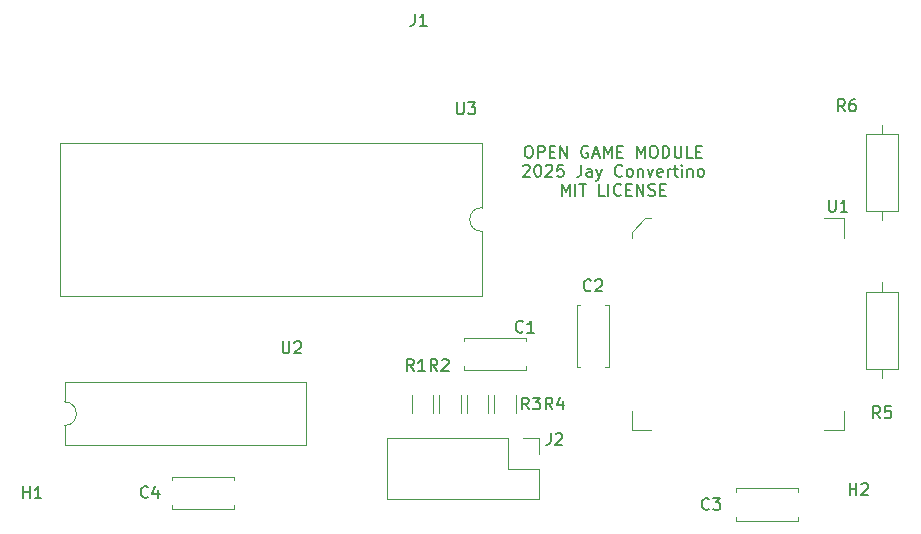
<source format=gbr>
%TF.GenerationSoftware,KiCad,Pcbnew,8.0.9-8.0.9-0~ubuntu24.04.1*%
%TF.CreationDate,2025-06-01T20:33:10-04:00*%
%TF.ProjectId,open_game_module,6f70656e-5f67-4616-9d65-5f6d6f64756c,rev?*%
%TF.SameCoordinates,Original*%
%TF.FileFunction,Legend,Top*%
%TF.FilePolarity,Positive*%
%FSLAX46Y46*%
G04 Gerber Fmt 4.6, Leading zero omitted, Abs format (unit mm)*
G04 Created by KiCad (PCBNEW 8.0.9-8.0.9-0~ubuntu24.04.1) date 2025-06-01 20:33:10*
%MOMM*%
%LPD*%
G01*
G04 APERTURE LIST*
%ADD10C,0.200000*%
%ADD11C,0.150000*%
%ADD12C,0.120000*%
%ADD13C,0.100000*%
G04 APERTURE END LIST*
D10*
X138238095Y-88647331D02*
X138428571Y-88647331D01*
X138428571Y-88647331D02*
X138523809Y-88694950D01*
X138523809Y-88694950D02*
X138619047Y-88790188D01*
X138619047Y-88790188D02*
X138666666Y-88980664D01*
X138666666Y-88980664D02*
X138666666Y-89313997D01*
X138666666Y-89313997D02*
X138619047Y-89504473D01*
X138619047Y-89504473D02*
X138523809Y-89599712D01*
X138523809Y-89599712D02*
X138428571Y-89647331D01*
X138428571Y-89647331D02*
X138238095Y-89647331D01*
X138238095Y-89647331D02*
X138142857Y-89599712D01*
X138142857Y-89599712D02*
X138047619Y-89504473D01*
X138047619Y-89504473D02*
X138000000Y-89313997D01*
X138000000Y-89313997D02*
X138000000Y-88980664D01*
X138000000Y-88980664D02*
X138047619Y-88790188D01*
X138047619Y-88790188D02*
X138142857Y-88694950D01*
X138142857Y-88694950D02*
X138238095Y-88647331D01*
X139095238Y-89647331D02*
X139095238Y-88647331D01*
X139095238Y-88647331D02*
X139476190Y-88647331D01*
X139476190Y-88647331D02*
X139571428Y-88694950D01*
X139571428Y-88694950D02*
X139619047Y-88742569D01*
X139619047Y-88742569D02*
X139666666Y-88837807D01*
X139666666Y-88837807D02*
X139666666Y-88980664D01*
X139666666Y-88980664D02*
X139619047Y-89075902D01*
X139619047Y-89075902D02*
X139571428Y-89123521D01*
X139571428Y-89123521D02*
X139476190Y-89171140D01*
X139476190Y-89171140D02*
X139095238Y-89171140D01*
X140095238Y-89123521D02*
X140428571Y-89123521D01*
X140571428Y-89647331D02*
X140095238Y-89647331D01*
X140095238Y-89647331D02*
X140095238Y-88647331D01*
X140095238Y-88647331D02*
X140571428Y-88647331D01*
X141000000Y-89647331D02*
X141000000Y-88647331D01*
X141000000Y-88647331D02*
X141571428Y-89647331D01*
X141571428Y-89647331D02*
X141571428Y-88647331D01*
X143333333Y-88694950D02*
X143238095Y-88647331D01*
X143238095Y-88647331D02*
X143095238Y-88647331D01*
X143095238Y-88647331D02*
X142952381Y-88694950D01*
X142952381Y-88694950D02*
X142857143Y-88790188D01*
X142857143Y-88790188D02*
X142809524Y-88885426D01*
X142809524Y-88885426D02*
X142761905Y-89075902D01*
X142761905Y-89075902D02*
X142761905Y-89218759D01*
X142761905Y-89218759D02*
X142809524Y-89409235D01*
X142809524Y-89409235D02*
X142857143Y-89504473D01*
X142857143Y-89504473D02*
X142952381Y-89599712D01*
X142952381Y-89599712D02*
X143095238Y-89647331D01*
X143095238Y-89647331D02*
X143190476Y-89647331D01*
X143190476Y-89647331D02*
X143333333Y-89599712D01*
X143333333Y-89599712D02*
X143380952Y-89552092D01*
X143380952Y-89552092D02*
X143380952Y-89218759D01*
X143380952Y-89218759D02*
X143190476Y-89218759D01*
X143761905Y-89361616D02*
X144238095Y-89361616D01*
X143666667Y-89647331D02*
X144000000Y-88647331D01*
X144000000Y-88647331D02*
X144333333Y-89647331D01*
X144666667Y-89647331D02*
X144666667Y-88647331D01*
X144666667Y-88647331D02*
X145000000Y-89361616D01*
X145000000Y-89361616D02*
X145333333Y-88647331D01*
X145333333Y-88647331D02*
X145333333Y-89647331D01*
X145809524Y-89123521D02*
X146142857Y-89123521D01*
X146285714Y-89647331D02*
X145809524Y-89647331D01*
X145809524Y-89647331D02*
X145809524Y-88647331D01*
X145809524Y-88647331D02*
X146285714Y-88647331D01*
X147476191Y-89647331D02*
X147476191Y-88647331D01*
X147476191Y-88647331D02*
X147809524Y-89361616D01*
X147809524Y-89361616D02*
X148142857Y-88647331D01*
X148142857Y-88647331D02*
X148142857Y-89647331D01*
X148809524Y-88647331D02*
X149000000Y-88647331D01*
X149000000Y-88647331D02*
X149095238Y-88694950D01*
X149095238Y-88694950D02*
X149190476Y-88790188D01*
X149190476Y-88790188D02*
X149238095Y-88980664D01*
X149238095Y-88980664D02*
X149238095Y-89313997D01*
X149238095Y-89313997D02*
X149190476Y-89504473D01*
X149190476Y-89504473D02*
X149095238Y-89599712D01*
X149095238Y-89599712D02*
X149000000Y-89647331D01*
X149000000Y-89647331D02*
X148809524Y-89647331D01*
X148809524Y-89647331D02*
X148714286Y-89599712D01*
X148714286Y-89599712D02*
X148619048Y-89504473D01*
X148619048Y-89504473D02*
X148571429Y-89313997D01*
X148571429Y-89313997D02*
X148571429Y-88980664D01*
X148571429Y-88980664D02*
X148619048Y-88790188D01*
X148619048Y-88790188D02*
X148714286Y-88694950D01*
X148714286Y-88694950D02*
X148809524Y-88647331D01*
X149666667Y-89647331D02*
X149666667Y-88647331D01*
X149666667Y-88647331D02*
X149904762Y-88647331D01*
X149904762Y-88647331D02*
X150047619Y-88694950D01*
X150047619Y-88694950D02*
X150142857Y-88790188D01*
X150142857Y-88790188D02*
X150190476Y-88885426D01*
X150190476Y-88885426D02*
X150238095Y-89075902D01*
X150238095Y-89075902D02*
X150238095Y-89218759D01*
X150238095Y-89218759D02*
X150190476Y-89409235D01*
X150190476Y-89409235D02*
X150142857Y-89504473D01*
X150142857Y-89504473D02*
X150047619Y-89599712D01*
X150047619Y-89599712D02*
X149904762Y-89647331D01*
X149904762Y-89647331D02*
X149666667Y-89647331D01*
X150666667Y-88647331D02*
X150666667Y-89456854D01*
X150666667Y-89456854D02*
X150714286Y-89552092D01*
X150714286Y-89552092D02*
X150761905Y-89599712D01*
X150761905Y-89599712D02*
X150857143Y-89647331D01*
X150857143Y-89647331D02*
X151047619Y-89647331D01*
X151047619Y-89647331D02*
X151142857Y-89599712D01*
X151142857Y-89599712D02*
X151190476Y-89552092D01*
X151190476Y-89552092D02*
X151238095Y-89456854D01*
X151238095Y-89456854D02*
X151238095Y-88647331D01*
X152190476Y-89647331D02*
X151714286Y-89647331D01*
X151714286Y-89647331D02*
X151714286Y-88647331D01*
X152523810Y-89123521D02*
X152857143Y-89123521D01*
X153000000Y-89647331D02*
X152523810Y-89647331D01*
X152523810Y-89647331D02*
X152523810Y-88647331D01*
X152523810Y-88647331D02*
X153000000Y-88647331D01*
X137857142Y-90352513D02*
X137904761Y-90304894D01*
X137904761Y-90304894D02*
X137999999Y-90257275D01*
X137999999Y-90257275D02*
X138238094Y-90257275D01*
X138238094Y-90257275D02*
X138333332Y-90304894D01*
X138333332Y-90304894D02*
X138380951Y-90352513D01*
X138380951Y-90352513D02*
X138428570Y-90447751D01*
X138428570Y-90447751D02*
X138428570Y-90542989D01*
X138428570Y-90542989D02*
X138380951Y-90685846D01*
X138380951Y-90685846D02*
X137809523Y-91257275D01*
X137809523Y-91257275D02*
X138428570Y-91257275D01*
X139047618Y-90257275D02*
X139142856Y-90257275D01*
X139142856Y-90257275D02*
X139238094Y-90304894D01*
X139238094Y-90304894D02*
X139285713Y-90352513D01*
X139285713Y-90352513D02*
X139333332Y-90447751D01*
X139333332Y-90447751D02*
X139380951Y-90638227D01*
X139380951Y-90638227D02*
X139380951Y-90876322D01*
X139380951Y-90876322D02*
X139333332Y-91066798D01*
X139333332Y-91066798D02*
X139285713Y-91162036D01*
X139285713Y-91162036D02*
X139238094Y-91209656D01*
X139238094Y-91209656D02*
X139142856Y-91257275D01*
X139142856Y-91257275D02*
X139047618Y-91257275D01*
X139047618Y-91257275D02*
X138952380Y-91209656D01*
X138952380Y-91209656D02*
X138904761Y-91162036D01*
X138904761Y-91162036D02*
X138857142Y-91066798D01*
X138857142Y-91066798D02*
X138809523Y-90876322D01*
X138809523Y-90876322D02*
X138809523Y-90638227D01*
X138809523Y-90638227D02*
X138857142Y-90447751D01*
X138857142Y-90447751D02*
X138904761Y-90352513D01*
X138904761Y-90352513D02*
X138952380Y-90304894D01*
X138952380Y-90304894D02*
X139047618Y-90257275D01*
X139761904Y-90352513D02*
X139809523Y-90304894D01*
X139809523Y-90304894D02*
X139904761Y-90257275D01*
X139904761Y-90257275D02*
X140142856Y-90257275D01*
X140142856Y-90257275D02*
X140238094Y-90304894D01*
X140238094Y-90304894D02*
X140285713Y-90352513D01*
X140285713Y-90352513D02*
X140333332Y-90447751D01*
X140333332Y-90447751D02*
X140333332Y-90542989D01*
X140333332Y-90542989D02*
X140285713Y-90685846D01*
X140285713Y-90685846D02*
X139714285Y-91257275D01*
X139714285Y-91257275D02*
X140333332Y-91257275D01*
X141238094Y-90257275D02*
X140761904Y-90257275D01*
X140761904Y-90257275D02*
X140714285Y-90733465D01*
X140714285Y-90733465D02*
X140761904Y-90685846D01*
X140761904Y-90685846D02*
X140857142Y-90638227D01*
X140857142Y-90638227D02*
X141095237Y-90638227D01*
X141095237Y-90638227D02*
X141190475Y-90685846D01*
X141190475Y-90685846D02*
X141238094Y-90733465D01*
X141238094Y-90733465D02*
X141285713Y-90828703D01*
X141285713Y-90828703D02*
X141285713Y-91066798D01*
X141285713Y-91066798D02*
X141238094Y-91162036D01*
X141238094Y-91162036D02*
X141190475Y-91209656D01*
X141190475Y-91209656D02*
X141095237Y-91257275D01*
X141095237Y-91257275D02*
X140857142Y-91257275D01*
X140857142Y-91257275D02*
X140761904Y-91209656D01*
X140761904Y-91209656D02*
X140714285Y-91162036D01*
X142761904Y-90257275D02*
X142761904Y-90971560D01*
X142761904Y-90971560D02*
X142714285Y-91114417D01*
X142714285Y-91114417D02*
X142619047Y-91209656D01*
X142619047Y-91209656D02*
X142476190Y-91257275D01*
X142476190Y-91257275D02*
X142380952Y-91257275D01*
X143666666Y-91257275D02*
X143666666Y-90733465D01*
X143666666Y-90733465D02*
X143619047Y-90638227D01*
X143619047Y-90638227D02*
X143523809Y-90590608D01*
X143523809Y-90590608D02*
X143333333Y-90590608D01*
X143333333Y-90590608D02*
X143238095Y-90638227D01*
X143666666Y-91209656D02*
X143571428Y-91257275D01*
X143571428Y-91257275D02*
X143333333Y-91257275D01*
X143333333Y-91257275D02*
X143238095Y-91209656D01*
X143238095Y-91209656D02*
X143190476Y-91114417D01*
X143190476Y-91114417D02*
X143190476Y-91019179D01*
X143190476Y-91019179D02*
X143238095Y-90923941D01*
X143238095Y-90923941D02*
X143333333Y-90876322D01*
X143333333Y-90876322D02*
X143571428Y-90876322D01*
X143571428Y-90876322D02*
X143666666Y-90828703D01*
X144047619Y-90590608D02*
X144285714Y-91257275D01*
X144523809Y-90590608D02*
X144285714Y-91257275D01*
X144285714Y-91257275D02*
X144190476Y-91495370D01*
X144190476Y-91495370D02*
X144142857Y-91542989D01*
X144142857Y-91542989D02*
X144047619Y-91590608D01*
X146238095Y-91162036D02*
X146190476Y-91209656D01*
X146190476Y-91209656D02*
X146047619Y-91257275D01*
X146047619Y-91257275D02*
X145952381Y-91257275D01*
X145952381Y-91257275D02*
X145809524Y-91209656D01*
X145809524Y-91209656D02*
X145714286Y-91114417D01*
X145714286Y-91114417D02*
X145666667Y-91019179D01*
X145666667Y-91019179D02*
X145619048Y-90828703D01*
X145619048Y-90828703D02*
X145619048Y-90685846D01*
X145619048Y-90685846D02*
X145666667Y-90495370D01*
X145666667Y-90495370D02*
X145714286Y-90400132D01*
X145714286Y-90400132D02*
X145809524Y-90304894D01*
X145809524Y-90304894D02*
X145952381Y-90257275D01*
X145952381Y-90257275D02*
X146047619Y-90257275D01*
X146047619Y-90257275D02*
X146190476Y-90304894D01*
X146190476Y-90304894D02*
X146238095Y-90352513D01*
X146809524Y-91257275D02*
X146714286Y-91209656D01*
X146714286Y-91209656D02*
X146666667Y-91162036D01*
X146666667Y-91162036D02*
X146619048Y-91066798D01*
X146619048Y-91066798D02*
X146619048Y-90781084D01*
X146619048Y-90781084D02*
X146666667Y-90685846D01*
X146666667Y-90685846D02*
X146714286Y-90638227D01*
X146714286Y-90638227D02*
X146809524Y-90590608D01*
X146809524Y-90590608D02*
X146952381Y-90590608D01*
X146952381Y-90590608D02*
X147047619Y-90638227D01*
X147047619Y-90638227D02*
X147095238Y-90685846D01*
X147095238Y-90685846D02*
X147142857Y-90781084D01*
X147142857Y-90781084D02*
X147142857Y-91066798D01*
X147142857Y-91066798D02*
X147095238Y-91162036D01*
X147095238Y-91162036D02*
X147047619Y-91209656D01*
X147047619Y-91209656D02*
X146952381Y-91257275D01*
X146952381Y-91257275D02*
X146809524Y-91257275D01*
X147571429Y-90590608D02*
X147571429Y-91257275D01*
X147571429Y-90685846D02*
X147619048Y-90638227D01*
X147619048Y-90638227D02*
X147714286Y-90590608D01*
X147714286Y-90590608D02*
X147857143Y-90590608D01*
X147857143Y-90590608D02*
X147952381Y-90638227D01*
X147952381Y-90638227D02*
X148000000Y-90733465D01*
X148000000Y-90733465D02*
X148000000Y-91257275D01*
X148380953Y-90590608D02*
X148619048Y-91257275D01*
X148619048Y-91257275D02*
X148857143Y-90590608D01*
X149619048Y-91209656D02*
X149523810Y-91257275D01*
X149523810Y-91257275D02*
X149333334Y-91257275D01*
X149333334Y-91257275D02*
X149238096Y-91209656D01*
X149238096Y-91209656D02*
X149190477Y-91114417D01*
X149190477Y-91114417D02*
X149190477Y-90733465D01*
X149190477Y-90733465D02*
X149238096Y-90638227D01*
X149238096Y-90638227D02*
X149333334Y-90590608D01*
X149333334Y-90590608D02*
X149523810Y-90590608D01*
X149523810Y-90590608D02*
X149619048Y-90638227D01*
X149619048Y-90638227D02*
X149666667Y-90733465D01*
X149666667Y-90733465D02*
X149666667Y-90828703D01*
X149666667Y-90828703D02*
X149190477Y-90923941D01*
X150095239Y-91257275D02*
X150095239Y-90590608D01*
X150095239Y-90781084D02*
X150142858Y-90685846D01*
X150142858Y-90685846D02*
X150190477Y-90638227D01*
X150190477Y-90638227D02*
X150285715Y-90590608D01*
X150285715Y-90590608D02*
X150380953Y-90590608D01*
X150571430Y-90590608D02*
X150952382Y-90590608D01*
X150714287Y-90257275D02*
X150714287Y-91114417D01*
X150714287Y-91114417D02*
X150761906Y-91209656D01*
X150761906Y-91209656D02*
X150857144Y-91257275D01*
X150857144Y-91257275D02*
X150952382Y-91257275D01*
X151285716Y-91257275D02*
X151285716Y-90590608D01*
X151285716Y-90257275D02*
X151238097Y-90304894D01*
X151238097Y-90304894D02*
X151285716Y-90352513D01*
X151285716Y-90352513D02*
X151333335Y-90304894D01*
X151333335Y-90304894D02*
X151285716Y-90257275D01*
X151285716Y-90257275D02*
X151285716Y-90352513D01*
X151761906Y-90590608D02*
X151761906Y-91257275D01*
X151761906Y-90685846D02*
X151809525Y-90638227D01*
X151809525Y-90638227D02*
X151904763Y-90590608D01*
X151904763Y-90590608D02*
X152047620Y-90590608D01*
X152047620Y-90590608D02*
X152142858Y-90638227D01*
X152142858Y-90638227D02*
X152190477Y-90733465D01*
X152190477Y-90733465D02*
X152190477Y-91257275D01*
X152809525Y-91257275D02*
X152714287Y-91209656D01*
X152714287Y-91209656D02*
X152666668Y-91162036D01*
X152666668Y-91162036D02*
X152619049Y-91066798D01*
X152619049Y-91066798D02*
X152619049Y-90781084D01*
X152619049Y-90781084D02*
X152666668Y-90685846D01*
X152666668Y-90685846D02*
X152714287Y-90638227D01*
X152714287Y-90638227D02*
X152809525Y-90590608D01*
X152809525Y-90590608D02*
X152952382Y-90590608D01*
X152952382Y-90590608D02*
X153047620Y-90638227D01*
X153047620Y-90638227D02*
X153095239Y-90685846D01*
X153095239Y-90685846D02*
X153142858Y-90781084D01*
X153142858Y-90781084D02*
X153142858Y-91066798D01*
X153142858Y-91066798D02*
X153095239Y-91162036D01*
X153095239Y-91162036D02*
X153047620Y-91209656D01*
X153047620Y-91209656D02*
X152952382Y-91257275D01*
X152952382Y-91257275D02*
X152809525Y-91257275D01*
X141119048Y-92867219D02*
X141119048Y-91867219D01*
X141119048Y-91867219D02*
X141452381Y-92581504D01*
X141452381Y-92581504D02*
X141785714Y-91867219D01*
X141785714Y-91867219D02*
X141785714Y-92867219D01*
X142261905Y-92867219D02*
X142261905Y-91867219D01*
X142595238Y-91867219D02*
X143166666Y-91867219D01*
X142880952Y-92867219D02*
X142880952Y-91867219D01*
X144738095Y-92867219D02*
X144261905Y-92867219D01*
X144261905Y-92867219D02*
X144261905Y-91867219D01*
X145071429Y-92867219D02*
X145071429Y-91867219D01*
X146119047Y-92771980D02*
X146071428Y-92819600D01*
X146071428Y-92819600D02*
X145928571Y-92867219D01*
X145928571Y-92867219D02*
X145833333Y-92867219D01*
X145833333Y-92867219D02*
X145690476Y-92819600D01*
X145690476Y-92819600D02*
X145595238Y-92724361D01*
X145595238Y-92724361D02*
X145547619Y-92629123D01*
X145547619Y-92629123D02*
X145500000Y-92438647D01*
X145500000Y-92438647D02*
X145500000Y-92295790D01*
X145500000Y-92295790D02*
X145547619Y-92105314D01*
X145547619Y-92105314D02*
X145595238Y-92010076D01*
X145595238Y-92010076D02*
X145690476Y-91914838D01*
X145690476Y-91914838D02*
X145833333Y-91867219D01*
X145833333Y-91867219D02*
X145928571Y-91867219D01*
X145928571Y-91867219D02*
X146071428Y-91914838D01*
X146071428Y-91914838D02*
X146119047Y-91962457D01*
X146547619Y-92343409D02*
X146880952Y-92343409D01*
X147023809Y-92867219D02*
X146547619Y-92867219D01*
X146547619Y-92867219D02*
X146547619Y-91867219D01*
X146547619Y-91867219D02*
X147023809Y-91867219D01*
X147452381Y-92867219D02*
X147452381Y-91867219D01*
X147452381Y-91867219D02*
X148023809Y-92867219D01*
X148023809Y-92867219D02*
X148023809Y-91867219D01*
X148452381Y-92819600D02*
X148595238Y-92867219D01*
X148595238Y-92867219D02*
X148833333Y-92867219D01*
X148833333Y-92867219D02*
X148928571Y-92819600D01*
X148928571Y-92819600D02*
X148976190Y-92771980D01*
X148976190Y-92771980D02*
X149023809Y-92676742D01*
X149023809Y-92676742D02*
X149023809Y-92581504D01*
X149023809Y-92581504D02*
X148976190Y-92486266D01*
X148976190Y-92486266D02*
X148928571Y-92438647D01*
X148928571Y-92438647D02*
X148833333Y-92391028D01*
X148833333Y-92391028D02*
X148642857Y-92343409D01*
X148642857Y-92343409D02*
X148547619Y-92295790D01*
X148547619Y-92295790D02*
X148500000Y-92248171D01*
X148500000Y-92248171D02*
X148452381Y-92152933D01*
X148452381Y-92152933D02*
X148452381Y-92057695D01*
X148452381Y-92057695D02*
X148500000Y-91962457D01*
X148500000Y-91962457D02*
X148547619Y-91914838D01*
X148547619Y-91914838D02*
X148642857Y-91867219D01*
X148642857Y-91867219D02*
X148880952Y-91867219D01*
X148880952Y-91867219D02*
X149023809Y-91914838D01*
X149452381Y-92343409D02*
X149785714Y-92343409D01*
X149928571Y-92867219D02*
X149452381Y-92867219D01*
X149452381Y-92867219D02*
X149452381Y-91867219D01*
X149452381Y-91867219D02*
X149928571Y-91867219D01*
D11*
X140166666Y-112954819D02*
X140166666Y-113669104D01*
X140166666Y-113669104D02*
X140119047Y-113811961D01*
X140119047Y-113811961D02*
X140023809Y-113907200D01*
X140023809Y-113907200D02*
X139880952Y-113954819D01*
X139880952Y-113954819D02*
X139785714Y-113954819D01*
X140595238Y-113050057D02*
X140642857Y-113002438D01*
X140642857Y-113002438D02*
X140738095Y-112954819D01*
X140738095Y-112954819D02*
X140976190Y-112954819D01*
X140976190Y-112954819D02*
X141071428Y-113002438D01*
X141071428Y-113002438D02*
X141119047Y-113050057D01*
X141119047Y-113050057D02*
X141166666Y-113145295D01*
X141166666Y-113145295D02*
X141166666Y-113240533D01*
X141166666Y-113240533D02*
X141119047Y-113383390D01*
X141119047Y-113383390D02*
X140547619Y-113954819D01*
X140547619Y-113954819D02*
X141166666Y-113954819D01*
X137833333Y-104359580D02*
X137785714Y-104407200D01*
X137785714Y-104407200D02*
X137642857Y-104454819D01*
X137642857Y-104454819D02*
X137547619Y-104454819D01*
X137547619Y-104454819D02*
X137404762Y-104407200D01*
X137404762Y-104407200D02*
X137309524Y-104311961D01*
X137309524Y-104311961D02*
X137261905Y-104216723D01*
X137261905Y-104216723D02*
X137214286Y-104026247D01*
X137214286Y-104026247D02*
X137214286Y-103883390D01*
X137214286Y-103883390D02*
X137261905Y-103692914D01*
X137261905Y-103692914D02*
X137309524Y-103597676D01*
X137309524Y-103597676D02*
X137404762Y-103502438D01*
X137404762Y-103502438D02*
X137547619Y-103454819D01*
X137547619Y-103454819D02*
X137642857Y-103454819D01*
X137642857Y-103454819D02*
X137785714Y-103502438D01*
X137785714Y-103502438D02*
X137833333Y-103550057D01*
X138785714Y-104454819D02*
X138214286Y-104454819D01*
X138500000Y-104454819D02*
X138500000Y-103454819D01*
X138500000Y-103454819D02*
X138404762Y-103597676D01*
X138404762Y-103597676D02*
X138309524Y-103692914D01*
X138309524Y-103692914D02*
X138214286Y-103740533D01*
X130583333Y-107704819D02*
X130250000Y-107228628D01*
X130011905Y-107704819D02*
X130011905Y-106704819D01*
X130011905Y-106704819D02*
X130392857Y-106704819D01*
X130392857Y-106704819D02*
X130488095Y-106752438D01*
X130488095Y-106752438D02*
X130535714Y-106800057D01*
X130535714Y-106800057D02*
X130583333Y-106895295D01*
X130583333Y-106895295D02*
X130583333Y-107038152D01*
X130583333Y-107038152D02*
X130535714Y-107133390D01*
X130535714Y-107133390D02*
X130488095Y-107181009D01*
X130488095Y-107181009D02*
X130392857Y-107228628D01*
X130392857Y-107228628D02*
X130011905Y-107228628D01*
X130964286Y-106800057D02*
X131011905Y-106752438D01*
X131011905Y-106752438D02*
X131107143Y-106704819D01*
X131107143Y-106704819D02*
X131345238Y-106704819D01*
X131345238Y-106704819D02*
X131440476Y-106752438D01*
X131440476Y-106752438D02*
X131488095Y-106800057D01*
X131488095Y-106800057D02*
X131535714Y-106895295D01*
X131535714Y-106895295D02*
X131535714Y-106990533D01*
X131535714Y-106990533D02*
X131488095Y-107133390D01*
X131488095Y-107133390D02*
X130916667Y-107704819D01*
X130916667Y-107704819D02*
X131535714Y-107704819D01*
X143583333Y-100859580D02*
X143535714Y-100907200D01*
X143535714Y-100907200D02*
X143392857Y-100954819D01*
X143392857Y-100954819D02*
X143297619Y-100954819D01*
X143297619Y-100954819D02*
X143154762Y-100907200D01*
X143154762Y-100907200D02*
X143059524Y-100811961D01*
X143059524Y-100811961D02*
X143011905Y-100716723D01*
X143011905Y-100716723D02*
X142964286Y-100526247D01*
X142964286Y-100526247D02*
X142964286Y-100383390D01*
X142964286Y-100383390D02*
X143011905Y-100192914D01*
X143011905Y-100192914D02*
X143059524Y-100097676D01*
X143059524Y-100097676D02*
X143154762Y-100002438D01*
X143154762Y-100002438D02*
X143297619Y-99954819D01*
X143297619Y-99954819D02*
X143392857Y-99954819D01*
X143392857Y-99954819D02*
X143535714Y-100002438D01*
X143535714Y-100002438D02*
X143583333Y-100050057D01*
X143964286Y-100050057D02*
X144011905Y-100002438D01*
X144011905Y-100002438D02*
X144107143Y-99954819D01*
X144107143Y-99954819D02*
X144345238Y-99954819D01*
X144345238Y-99954819D02*
X144440476Y-100002438D01*
X144440476Y-100002438D02*
X144488095Y-100050057D01*
X144488095Y-100050057D02*
X144535714Y-100145295D01*
X144535714Y-100145295D02*
X144535714Y-100240533D01*
X144535714Y-100240533D02*
X144488095Y-100383390D01*
X144488095Y-100383390D02*
X143916667Y-100954819D01*
X143916667Y-100954819D02*
X144535714Y-100954819D01*
X128583333Y-107704819D02*
X128250000Y-107228628D01*
X128011905Y-107704819D02*
X128011905Y-106704819D01*
X128011905Y-106704819D02*
X128392857Y-106704819D01*
X128392857Y-106704819D02*
X128488095Y-106752438D01*
X128488095Y-106752438D02*
X128535714Y-106800057D01*
X128535714Y-106800057D02*
X128583333Y-106895295D01*
X128583333Y-106895295D02*
X128583333Y-107038152D01*
X128583333Y-107038152D02*
X128535714Y-107133390D01*
X128535714Y-107133390D02*
X128488095Y-107181009D01*
X128488095Y-107181009D02*
X128392857Y-107228628D01*
X128392857Y-107228628D02*
X128011905Y-107228628D01*
X129535714Y-107704819D02*
X128964286Y-107704819D01*
X129250000Y-107704819D02*
X129250000Y-106704819D01*
X129250000Y-106704819D02*
X129154762Y-106847676D01*
X129154762Y-106847676D02*
X129059524Y-106942914D01*
X129059524Y-106942914D02*
X128964286Y-106990533D01*
X132238095Y-84954819D02*
X132238095Y-85764342D01*
X132238095Y-85764342D02*
X132285714Y-85859580D01*
X132285714Y-85859580D02*
X132333333Y-85907200D01*
X132333333Y-85907200D02*
X132428571Y-85954819D01*
X132428571Y-85954819D02*
X132619047Y-85954819D01*
X132619047Y-85954819D02*
X132714285Y-85907200D01*
X132714285Y-85907200D02*
X132761904Y-85859580D01*
X132761904Y-85859580D02*
X132809523Y-85764342D01*
X132809523Y-85764342D02*
X132809523Y-84954819D01*
X133190476Y-84954819D02*
X133809523Y-84954819D01*
X133809523Y-84954819D02*
X133476190Y-85335771D01*
X133476190Y-85335771D02*
X133619047Y-85335771D01*
X133619047Y-85335771D02*
X133714285Y-85383390D01*
X133714285Y-85383390D02*
X133761904Y-85431009D01*
X133761904Y-85431009D02*
X133809523Y-85526247D01*
X133809523Y-85526247D02*
X133809523Y-85764342D01*
X133809523Y-85764342D02*
X133761904Y-85859580D01*
X133761904Y-85859580D02*
X133714285Y-85907200D01*
X133714285Y-85907200D02*
X133619047Y-85954819D01*
X133619047Y-85954819D02*
X133333333Y-85954819D01*
X133333333Y-85954819D02*
X133238095Y-85907200D01*
X133238095Y-85907200D02*
X133190476Y-85859580D01*
X153583333Y-119359580D02*
X153535714Y-119407200D01*
X153535714Y-119407200D02*
X153392857Y-119454819D01*
X153392857Y-119454819D02*
X153297619Y-119454819D01*
X153297619Y-119454819D02*
X153154762Y-119407200D01*
X153154762Y-119407200D02*
X153059524Y-119311961D01*
X153059524Y-119311961D02*
X153011905Y-119216723D01*
X153011905Y-119216723D02*
X152964286Y-119026247D01*
X152964286Y-119026247D02*
X152964286Y-118883390D01*
X152964286Y-118883390D02*
X153011905Y-118692914D01*
X153011905Y-118692914D02*
X153059524Y-118597676D01*
X153059524Y-118597676D02*
X153154762Y-118502438D01*
X153154762Y-118502438D02*
X153297619Y-118454819D01*
X153297619Y-118454819D02*
X153392857Y-118454819D01*
X153392857Y-118454819D02*
X153535714Y-118502438D01*
X153535714Y-118502438D02*
X153583333Y-118550057D01*
X153916667Y-118454819D02*
X154535714Y-118454819D01*
X154535714Y-118454819D02*
X154202381Y-118835771D01*
X154202381Y-118835771D02*
X154345238Y-118835771D01*
X154345238Y-118835771D02*
X154440476Y-118883390D01*
X154440476Y-118883390D02*
X154488095Y-118931009D01*
X154488095Y-118931009D02*
X154535714Y-119026247D01*
X154535714Y-119026247D02*
X154535714Y-119264342D01*
X154535714Y-119264342D02*
X154488095Y-119359580D01*
X154488095Y-119359580D02*
X154440476Y-119407200D01*
X154440476Y-119407200D02*
X154345238Y-119454819D01*
X154345238Y-119454819D02*
X154059524Y-119454819D01*
X154059524Y-119454819D02*
X153964286Y-119407200D01*
X153964286Y-119407200D02*
X153916667Y-119359580D01*
X117488095Y-105204819D02*
X117488095Y-106014342D01*
X117488095Y-106014342D02*
X117535714Y-106109580D01*
X117535714Y-106109580D02*
X117583333Y-106157200D01*
X117583333Y-106157200D02*
X117678571Y-106204819D01*
X117678571Y-106204819D02*
X117869047Y-106204819D01*
X117869047Y-106204819D02*
X117964285Y-106157200D01*
X117964285Y-106157200D02*
X118011904Y-106109580D01*
X118011904Y-106109580D02*
X118059523Y-106014342D01*
X118059523Y-106014342D02*
X118059523Y-105204819D01*
X118488095Y-105300057D02*
X118535714Y-105252438D01*
X118535714Y-105252438D02*
X118630952Y-105204819D01*
X118630952Y-105204819D02*
X118869047Y-105204819D01*
X118869047Y-105204819D02*
X118964285Y-105252438D01*
X118964285Y-105252438D02*
X119011904Y-105300057D01*
X119011904Y-105300057D02*
X119059523Y-105395295D01*
X119059523Y-105395295D02*
X119059523Y-105490533D01*
X119059523Y-105490533D02*
X119011904Y-105633390D01*
X119011904Y-105633390D02*
X118440476Y-106204819D01*
X118440476Y-106204819D02*
X119059523Y-106204819D01*
X138333333Y-110954819D02*
X138000000Y-110478628D01*
X137761905Y-110954819D02*
X137761905Y-109954819D01*
X137761905Y-109954819D02*
X138142857Y-109954819D01*
X138142857Y-109954819D02*
X138238095Y-110002438D01*
X138238095Y-110002438D02*
X138285714Y-110050057D01*
X138285714Y-110050057D02*
X138333333Y-110145295D01*
X138333333Y-110145295D02*
X138333333Y-110288152D01*
X138333333Y-110288152D02*
X138285714Y-110383390D01*
X138285714Y-110383390D02*
X138238095Y-110431009D01*
X138238095Y-110431009D02*
X138142857Y-110478628D01*
X138142857Y-110478628D02*
X137761905Y-110478628D01*
X138666667Y-109954819D02*
X139285714Y-109954819D01*
X139285714Y-109954819D02*
X138952381Y-110335771D01*
X138952381Y-110335771D02*
X139095238Y-110335771D01*
X139095238Y-110335771D02*
X139190476Y-110383390D01*
X139190476Y-110383390D02*
X139238095Y-110431009D01*
X139238095Y-110431009D02*
X139285714Y-110526247D01*
X139285714Y-110526247D02*
X139285714Y-110764342D01*
X139285714Y-110764342D02*
X139238095Y-110859580D01*
X139238095Y-110859580D02*
X139190476Y-110907200D01*
X139190476Y-110907200D02*
X139095238Y-110954819D01*
X139095238Y-110954819D02*
X138809524Y-110954819D01*
X138809524Y-110954819D02*
X138714286Y-110907200D01*
X138714286Y-110907200D02*
X138666667Y-110859580D01*
X128666666Y-77454819D02*
X128666666Y-78169104D01*
X128666666Y-78169104D02*
X128619047Y-78311961D01*
X128619047Y-78311961D02*
X128523809Y-78407200D01*
X128523809Y-78407200D02*
X128380952Y-78454819D01*
X128380952Y-78454819D02*
X128285714Y-78454819D01*
X129666666Y-78454819D02*
X129095238Y-78454819D01*
X129380952Y-78454819D02*
X129380952Y-77454819D01*
X129380952Y-77454819D02*
X129285714Y-77597676D01*
X129285714Y-77597676D02*
X129190476Y-77692914D01*
X129190476Y-77692914D02*
X129095238Y-77740533D01*
X95488095Y-118454819D02*
X95488095Y-117454819D01*
X95488095Y-117931009D02*
X96059523Y-117931009D01*
X96059523Y-118454819D02*
X96059523Y-117454819D01*
X97059523Y-118454819D02*
X96488095Y-118454819D01*
X96773809Y-118454819D02*
X96773809Y-117454819D01*
X96773809Y-117454819D02*
X96678571Y-117597676D01*
X96678571Y-117597676D02*
X96583333Y-117692914D01*
X96583333Y-117692914D02*
X96488095Y-117740533D01*
X163738095Y-93204819D02*
X163738095Y-94014342D01*
X163738095Y-94014342D02*
X163785714Y-94109580D01*
X163785714Y-94109580D02*
X163833333Y-94157200D01*
X163833333Y-94157200D02*
X163928571Y-94204819D01*
X163928571Y-94204819D02*
X164119047Y-94204819D01*
X164119047Y-94204819D02*
X164214285Y-94157200D01*
X164214285Y-94157200D02*
X164261904Y-94109580D01*
X164261904Y-94109580D02*
X164309523Y-94014342D01*
X164309523Y-94014342D02*
X164309523Y-93204819D01*
X165309523Y-94204819D02*
X164738095Y-94204819D01*
X165023809Y-94204819D02*
X165023809Y-93204819D01*
X165023809Y-93204819D02*
X164928571Y-93347676D01*
X164928571Y-93347676D02*
X164833333Y-93442914D01*
X164833333Y-93442914D02*
X164738095Y-93490533D01*
X140333333Y-110954819D02*
X140000000Y-110478628D01*
X139761905Y-110954819D02*
X139761905Y-109954819D01*
X139761905Y-109954819D02*
X140142857Y-109954819D01*
X140142857Y-109954819D02*
X140238095Y-110002438D01*
X140238095Y-110002438D02*
X140285714Y-110050057D01*
X140285714Y-110050057D02*
X140333333Y-110145295D01*
X140333333Y-110145295D02*
X140333333Y-110288152D01*
X140333333Y-110288152D02*
X140285714Y-110383390D01*
X140285714Y-110383390D02*
X140238095Y-110431009D01*
X140238095Y-110431009D02*
X140142857Y-110478628D01*
X140142857Y-110478628D02*
X139761905Y-110478628D01*
X141190476Y-110288152D02*
X141190476Y-110954819D01*
X140952381Y-109907200D02*
X140714286Y-110621485D01*
X140714286Y-110621485D02*
X141333333Y-110621485D01*
X106083333Y-118359580D02*
X106035714Y-118407200D01*
X106035714Y-118407200D02*
X105892857Y-118454819D01*
X105892857Y-118454819D02*
X105797619Y-118454819D01*
X105797619Y-118454819D02*
X105654762Y-118407200D01*
X105654762Y-118407200D02*
X105559524Y-118311961D01*
X105559524Y-118311961D02*
X105511905Y-118216723D01*
X105511905Y-118216723D02*
X105464286Y-118026247D01*
X105464286Y-118026247D02*
X105464286Y-117883390D01*
X105464286Y-117883390D02*
X105511905Y-117692914D01*
X105511905Y-117692914D02*
X105559524Y-117597676D01*
X105559524Y-117597676D02*
X105654762Y-117502438D01*
X105654762Y-117502438D02*
X105797619Y-117454819D01*
X105797619Y-117454819D02*
X105892857Y-117454819D01*
X105892857Y-117454819D02*
X106035714Y-117502438D01*
X106035714Y-117502438D02*
X106083333Y-117550057D01*
X106940476Y-117788152D02*
X106940476Y-118454819D01*
X106702381Y-117407200D02*
X106464286Y-118121485D01*
X106464286Y-118121485D02*
X107083333Y-118121485D01*
X165083333Y-85704819D02*
X164750000Y-85228628D01*
X164511905Y-85704819D02*
X164511905Y-84704819D01*
X164511905Y-84704819D02*
X164892857Y-84704819D01*
X164892857Y-84704819D02*
X164988095Y-84752438D01*
X164988095Y-84752438D02*
X165035714Y-84800057D01*
X165035714Y-84800057D02*
X165083333Y-84895295D01*
X165083333Y-84895295D02*
X165083333Y-85038152D01*
X165083333Y-85038152D02*
X165035714Y-85133390D01*
X165035714Y-85133390D02*
X164988095Y-85181009D01*
X164988095Y-85181009D02*
X164892857Y-85228628D01*
X164892857Y-85228628D02*
X164511905Y-85228628D01*
X165940476Y-84704819D02*
X165750000Y-84704819D01*
X165750000Y-84704819D02*
X165654762Y-84752438D01*
X165654762Y-84752438D02*
X165607143Y-84800057D01*
X165607143Y-84800057D02*
X165511905Y-84942914D01*
X165511905Y-84942914D02*
X165464286Y-85133390D01*
X165464286Y-85133390D02*
X165464286Y-85514342D01*
X165464286Y-85514342D02*
X165511905Y-85609580D01*
X165511905Y-85609580D02*
X165559524Y-85657200D01*
X165559524Y-85657200D02*
X165654762Y-85704819D01*
X165654762Y-85704819D02*
X165845238Y-85704819D01*
X165845238Y-85704819D02*
X165940476Y-85657200D01*
X165940476Y-85657200D02*
X165988095Y-85609580D01*
X165988095Y-85609580D02*
X166035714Y-85514342D01*
X166035714Y-85514342D02*
X166035714Y-85276247D01*
X166035714Y-85276247D02*
X165988095Y-85181009D01*
X165988095Y-85181009D02*
X165940476Y-85133390D01*
X165940476Y-85133390D02*
X165845238Y-85085771D01*
X165845238Y-85085771D02*
X165654762Y-85085771D01*
X165654762Y-85085771D02*
X165559524Y-85133390D01*
X165559524Y-85133390D02*
X165511905Y-85181009D01*
X165511905Y-85181009D02*
X165464286Y-85276247D01*
X165488095Y-118204819D02*
X165488095Y-117204819D01*
X165488095Y-117681009D02*
X166059523Y-117681009D01*
X166059523Y-118204819D02*
X166059523Y-117204819D01*
X166488095Y-117300057D02*
X166535714Y-117252438D01*
X166535714Y-117252438D02*
X166630952Y-117204819D01*
X166630952Y-117204819D02*
X166869047Y-117204819D01*
X166869047Y-117204819D02*
X166964285Y-117252438D01*
X166964285Y-117252438D02*
X167011904Y-117300057D01*
X167011904Y-117300057D02*
X167059523Y-117395295D01*
X167059523Y-117395295D02*
X167059523Y-117490533D01*
X167059523Y-117490533D02*
X167011904Y-117633390D01*
X167011904Y-117633390D02*
X166440476Y-118204819D01*
X166440476Y-118204819D02*
X167059523Y-118204819D01*
X168083333Y-111704819D02*
X167750000Y-111228628D01*
X167511905Y-111704819D02*
X167511905Y-110704819D01*
X167511905Y-110704819D02*
X167892857Y-110704819D01*
X167892857Y-110704819D02*
X167988095Y-110752438D01*
X167988095Y-110752438D02*
X168035714Y-110800057D01*
X168035714Y-110800057D02*
X168083333Y-110895295D01*
X168083333Y-110895295D02*
X168083333Y-111038152D01*
X168083333Y-111038152D02*
X168035714Y-111133390D01*
X168035714Y-111133390D02*
X167988095Y-111181009D01*
X167988095Y-111181009D02*
X167892857Y-111228628D01*
X167892857Y-111228628D02*
X167511905Y-111228628D01*
X168988095Y-110704819D02*
X168511905Y-110704819D01*
X168511905Y-110704819D02*
X168464286Y-111181009D01*
X168464286Y-111181009D02*
X168511905Y-111133390D01*
X168511905Y-111133390D02*
X168607143Y-111085771D01*
X168607143Y-111085771D02*
X168845238Y-111085771D01*
X168845238Y-111085771D02*
X168940476Y-111133390D01*
X168940476Y-111133390D02*
X168988095Y-111181009D01*
X168988095Y-111181009D02*
X169035714Y-111276247D01*
X169035714Y-111276247D02*
X169035714Y-111514342D01*
X169035714Y-111514342D02*
X168988095Y-111609580D01*
X168988095Y-111609580D02*
X168940476Y-111657200D01*
X168940476Y-111657200D02*
X168845238Y-111704819D01*
X168845238Y-111704819D02*
X168607143Y-111704819D01*
X168607143Y-111704819D02*
X168511905Y-111657200D01*
X168511905Y-111657200D02*
X168464286Y-111609580D01*
D12*
%TO.C,J2*%
X126340000Y-113380000D02*
X126340000Y-118580000D01*
X136560000Y-113380000D02*
X126340000Y-113380000D01*
X136560000Y-113380000D02*
X136560000Y-115980000D01*
X136560000Y-115980000D02*
X139160000Y-115980000D01*
X137830000Y-113380000D02*
X139160000Y-113380000D01*
X139160000Y-113380000D02*
X139160000Y-114710000D01*
X139160000Y-115980000D02*
X139160000Y-118580000D01*
X139160000Y-118580000D02*
X126340000Y-118580000D01*
%TO.C,C1*%
X132880000Y-104880000D02*
X132880000Y-105195000D01*
X132880000Y-104880000D02*
X138120000Y-104880000D01*
X132880000Y-107305000D02*
X132880000Y-107620000D01*
X132880000Y-107620000D02*
X138120000Y-107620000D01*
X138120000Y-104880000D02*
X138120000Y-105195000D01*
X138120000Y-107305000D02*
X138120000Y-107620000D01*
%TO.C,R2*%
X130756668Y-111227064D02*
X130756668Y-109772936D01*
X132576668Y-111227064D02*
X132576668Y-109772936D01*
%TO.C,C2*%
X142380000Y-102136250D02*
X142695000Y-102136250D01*
X142380000Y-107376250D02*
X142380000Y-102136250D01*
X142380000Y-107376250D02*
X142695000Y-107376250D01*
X144805000Y-102136250D02*
X145120000Y-102136250D01*
X144805000Y-107376250D02*
X145120000Y-107376250D01*
X145120000Y-107376250D02*
X145120000Y-102136250D01*
%TO.C,R1*%
X128423334Y-111227064D02*
X128423334Y-109772936D01*
X130243334Y-111227064D02*
X130243334Y-109772936D01*
%TO.C,U3*%
X98650000Y-88420000D02*
X98650000Y-101340000D01*
X98650000Y-101340000D02*
X134330000Y-101340000D01*
X134330000Y-88420000D02*
X98650000Y-88420000D01*
X134330000Y-93880000D02*
X134330000Y-88420000D01*
X134330000Y-101340000D02*
X134330000Y-95880000D01*
X134330000Y-95880000D02*
G75*
G02*
X134330000Y-93880000I0J1000000D01*
G01*
%TO.C,C3*%
X155880000Y-117630000D02*
X155880000Y-117945000D01*
X155880000Y-117630000D02*
X161120000Y-117630000D01*
X155880000Y-120055000D02*
X155880000Y-120370000D01*
X155880000Y-120370000D02*
X161120000Y-120370000D01*
X161120000Y-117630000D02*
X161120000Y-117945000D01*
X161120000Y-120055000D02*
X161120000Y-120370000D01*
%TO.C,U2*%
X99020000Y-108670000D02*
X99020000Y-110320000D01*
X99020000Y-112320000D02*
X99020000Y-113970000D01*
X99020000Y-113970000D02*
X119460000Y-113970000D01*
X119460000Y-108670000D02*
X99020000Y-108670000D01*
X119460000Y-113970000D02*
X119460000Y-108670000D01*
X99020000Y-110320000D02*
G75*
G02*
X99020000Y-112320000I0J-1000000D01*
G01*
%TO.C,R3*%
X133090001Y-111227064D02*
X133090001Y-109772936D01*
X134910001Y-111227064D02*
X134910001Y-109772936D01*
D13*
%TO.C,U1*%
X147048750Y-95921250D02*
X147048750Y-96421250D01*
X147048750Y-112721250D02*
X147048750Y-111071250D01*
X148198750Y-94771250D02*
X147048750Y-95921250D01*
X148698750Y-94771250D02*
X148198750Y-94771250D01*
X148698750Y-112721250D02*
X147048750Y-112721250D01*
X163348750Y-94771250D02*
X164998750Y-94771250D01*
X163348750Y-112721250D02*
X164998750Y-112721250D01*
X164998750Y-94771250D02*
X164998750Y-96421250D01*
X164998750Y-112721250D02*
X164998750Y-111071250D01*
D12*
%TO.C,R4*%
X135423334Y-111227064D02*
X135423334Y-109772936D01*
X137243334Y-111227064D02*
X137243334Y-109772936D01*
%TO.C,C4*%
X108150000Y-116640000D02*
X108150000Y-116955000D01*
X108150000Y-116640000D02*
X113390000Y-116640000D01*
X108150000Y-119065000D02*
X108150000Y-119380000D01*
X108150000Y-119380000D02*
X113390000Y-119380000D01*
X113390000Y-116640000D02*
X113390000Y-116955000D01*
X113390000Y-119065000D02*
X113390000Y-119380000D01*
%TO.C,R6*%
X166880000Y-87650000D02*
X166880000Y-94190000D01*
X166880000Y-94190000D02*
X169620000Y-94190000D01*
X168250000Y-86880000D02*
X168250000Y-87650000D01*
X168250000Y-94960000D02*
X168250000Y-94190000D01*
X169620000Y-87650000D02*
X166880000Y-87650000D01*
X169620000Y-94190000D02*
X169620000Y-87650000D01*
%TO.C,R5*%
X166880000Y-100980000D02*
X166880000Y-107520000D01*
X166880000Y-107520000D02*
X169620000Y-107520000D01*
X168250000Y-100210000D02*
X168250000Y-100980000D01*
X168250000Y-108290000D02*
X168250000Y-107520000D01*
X169620000Y-100980000D02*
X166880000Y-100980000D01*
X169620000Y-107520000D02*
X169620000Y-100980000D01*
%TD*%
M02*

</source>
